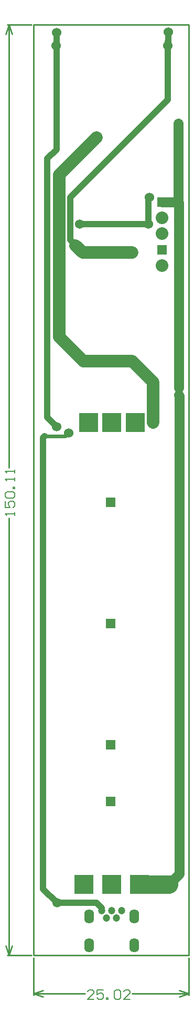
<source format=gbl>
%FSLAX43Y43*%
%MOMM*%
G71*
G01*
G75*
G04 Layer_Physical_Order=2*
G04 Layer_Color=16711680*
%ADD10R,0.950X1.400*%
%ADD11R,1.600X2.100*%
%ADD12R,1.400X0.950*%
%ADD13R,2.250X1.800*%
%ADD14R,1.050X1.400*%
%ADD15R,2.100X1.600*%
%ADD16R,1.800X2.250*%
%ADD17R,1.800X2.250*%
%ADD18R,1.400X1.050*%
%ADD19R,1.050X3.300*%
%ADD20R,0.600X1.550*%
%ADD21R,10.600X9.000*%
%ADD22R,1.050X2.950*%
%ADD23R,3.300X1.050*%
%ADD24O,2.000X0.600*%
%ADD25R,0.900X1.400*%
%ADD26C,0.500*%
%ADD27C,1.500*%
%ADD28C,0.400*%
%ADD29C,0.800*%
%ADD30C,1.600*%
%ADD31C,1.200*%
%ADD32C,0.700*%
%ADD33C,1.000*%
%ADD34C,0.600*%
%ADD35C,0.300*%
%ADD36C,2.000*%
%ADD37C,3.000*%
%ADD38C,1.800*%
%ADD39R,5.000X8.175*%
%ADD40C,0.254*%
%ADD41C,0.152*%
%ADD42C,1.524*%
%ADD43R,1.524X1.524*%
%ADD44R,1.524X1.524*%
%ADD45C,2.032*%
%ADD46C,1.200*%
%ADD47O,1.600X2.300*%
%ADD48R,3.064X3.064*%
D26*
X23450Y90375D02*
Y91550D01*
D30*
X23336Y121539D02*
Y134211D01*
X20701Y121539D02*
X23336D01*
X23450Y121425D01*
Y91550D02*
Y121425D01*
X23493Y13128D02*
Y90332D01*
X21795Y11430D02*
X23493Y13128D01*
X23450Y90375D02*
X23493Y90332D01*
D33*
X5925Y115425D02*
X6800Y114550D01*
X5925Y115425D02*
Y122275D01*
X21700Y138050D01*
X2225Y86850D02*
Y128525D01*
X1525Y83500D02*
X1775Y83750D01*
X1525Y10750D02*
Y83500D01*
Y10750D02*
X3775Y8500D01*
X10175D01*
X10973Y7702D01*
Y7239D02*
Y7702D01*
X2225Y128525D02*
X3700Y130000D01*
X2225Y86850D02*
X3750Y85325D01*
X3700Y130000D02*
Y148925D01*
X21750Y146900D02*
Y148975D01*
X21700Y138050D02*
Y147425D01*
X18542Y122174D02*
X18669Y122301D01*
X18542Y117983D02*
Y122174D01*
X7475Y117975D02*
X18542Y117983D01*
D34*
X5100Y83750D02*
X5650Y84300D01*
X1775Y83750D02*
X5100D01*
D36*
X4125Y125918D02*
X10160Y131953D01*
X4125Y99775D02*
Y125918D01*
Y99775D02*
X8000Y95900D01*
X6800Y114550D02*
X7939Y113411D01*
X15875D01*
X8000Y95900D02*
X15900D01*
X19304Y92496D01*
Y85979D02*
Y92496D01*
D37*
X17069Y11430D02*
X21795D01*
D40*
X-4254Y0D02*
X-381D01*
X-4254Y150114D02*
X-381D01*
X-4000Y0D02*
Y70562D01*
Y78739D02*
Y150114D01*
Y0D02*
X-3492Y1524D01*
X-4508D02*
X-4000Y0D01*
X-4508Y148590D02*
X-4000Y150114D01*
X-3492Y148590D01*
X25019Y-6379D02*
Y-381D01*
X0Y-6379D02*
Y-381D01*
X15937Y-6125D02*
X25019D01*
X0D02*
X8269D01*
X23495Y-5617D02*
X25019Y-6125D01*
X23495Y-6633D02*
X25019Y-6125D01*
X0D02*
X1524Y-6633D01*
X0Y-6125D02*
X1524Y-5617D01*
X0Y0D02*
X25019D01*
Y150114D01*
X0D02*
X25019D01*
X0Y0D02*
Y150114D01*
D41*
X-3086Y70969D02*
Y71477D01*
Y71223D01*
X-4609D01*
X-4355Y70969D01*
X-4609Y73254D02*
Y72238D01*
X-3848D01*
X-4102Y72746D01*
Y73000D01*
X-3848Y73254D01*
X-3340D01*
X-3086Y73000D01*
Y72492D01*
X-3340Y72238D01*
X-4355Y73762D02*
X-4609Y74016D01*
Y74524D01*
X-4355Y74778D01*
X-3340D01*
X-3086Y74524D01*
Y74016D01*
X-3340Y73762D01*
X-4355D01*
X-3086Y75285D02*
X-3340D01*
Y75539D01*
X-3086D01*
Y75285D01*
Y76555D02*
Y77063D01*
Y76809D01*
X-4609D01*
X-4355Y76555D01*
X-3086Y77825D02*
Y78332D01*
Y78078D01*
X-4609D01*
X-4355Y77825D01*
X9691Y-7039D02*
X8675D01*
X9691Y-6023D01*
Y-5770D01*
X9437Y-5516D01*
X8929D01*
X8675Y-5770D01*
X11214Y-5516D02*
X10199D01*
Y-6277D01*
X10707Y-6023D01*
X10960D01*
X11214Y-6277D01*
Y-6785D01*
X10960Y-7039D01*
X10453D01*
X10199Y-6785D01*
X11722Y-7039D02*
Y-6785D01*
X11976D01*
Y-7039D01*
X11722D01*
X12992Y-5770D02*
X13246Y-5516D01*
X13754D01*
X14007Y-5770D01*
Y-6785D01*
X13754Y-7039D01*
X13246D01*
X12992Y-6785D01*
Y-5770D01*
X15531Y-7039D02*
X14515D01*
X15531Y-6023D01*
Y-5770D01*
X15277Y-5516D01*
X14769D01*
X14515Y-5770D01*
D42*
X23350Y134121D02*
D03*
X3775Y8500D02*
D03*
X5650Y84300D02*
D03*
X23450Y90375D02*
D03*
X21650Y146800D02*
D03*
X21750Y148975D02*
D03*
X3700Y148925D02*
D03*
X3600Y146750D02*
D03*
X18669Y122301D02*
D03*
X18542Y117983D02*
D03*
X7475Y117975D02*
D03*
X3750Y85325D02*
D03*
X19304Y85979D02*
D03*
X10160Y131953D02*
D03*
X15875Y113411D02*
D03*
D43*
X12443Y73136D02*
D03*
Y53578D02*
D03*
Y34020D02*
D03*
Y24876D02*
D03*
D44*
X20701Y121539D02*
D03*
Y113792D02*
D03*
D45*
Y118999D02*
D03*
Y116459D02*
D03*
Y111252D02*
D03*
D46*
X14173Y7239D02*
D03*
X13373Y6039D02*
D03*
X12573Y7239D02*
D03*
X11773Y6039D02*
D03*
X10973Y7239D02*
D03*
D47*
X16223Y6339D02*
D03*
X8923D02*
D03*
X16223Y1689D02*
D03*
X8923D02*
D03*
D48*
X8077Y11430D02*
D03*
X12573D02*
D03*
X17069D02*
D03*
X8890Y85979D02*
D03*
X12573D02*
D03*
X16383D02*
D03*
M02*

</source>
